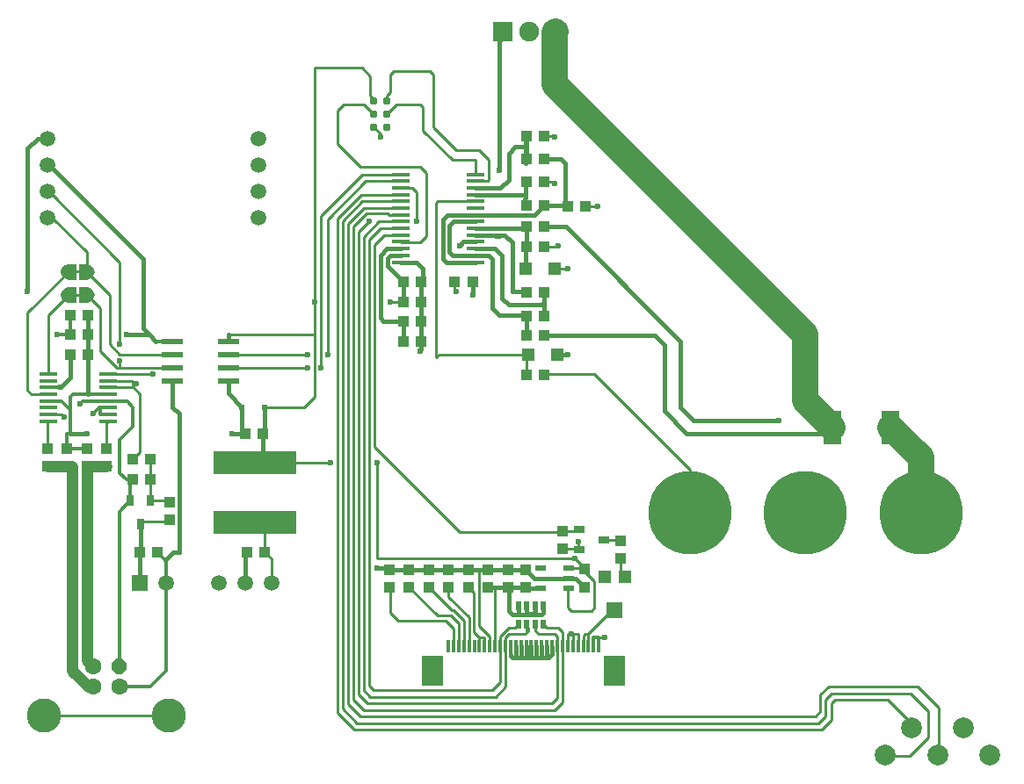
<source format=gtl>
G04 DipTrace 2.3.1.0*
%INreloadpro.front.gtl*%
%MOIN*%
%ADD14C,0.016*%
%ADD15C,0.01*%
%ADD16C,0.0118*%
%ADD17C,0.014*%
%ADD18C,0.0157*%
%ADD19C,0.0394*%
%ADD20C,0.08*%
%ADD21C,0.1*%
%ADD22C,0.044*%
%ADD26R,0.0394X0.0433*%
%ADD27R,0.0433X0.0394*%
%ADD29R,0.0236X0.0236*%
%ADD30R,0.0709X0.0157*%
%ADD31R,0.0787X0.0236*%
%ADD32C,0.063*%
%ADD33C,0.1299*%
%ADD34C,0.315*%
%ADD35R,0.315X0.0866*%
%ADD37R,0.0256X0.0413*%
%ADD38R,0.0748X0.0748*%
%ADD39C,0.0748*%
%ADD40R,0.0413X0.0256*%
%ADD41R,0.0709X0.126*%
%ADD42R,0.0118X0.0492*%
%ADD43R,0.0787X0.1181*%
%ADD44R,0.0591X0.0591*%
%ADD45C,0.0591*%
%ADD46C,0.0787*%
%ADD47R,0.0472X0.0472*%
%ADD48R,0.063X0.0591*%
%ADD49C,0.031*%
%ADD50R,0.0433X0.0236*%
%ADD51R,0.0217X0.0374*%
%ADD52C,0.0236*%
%FSLAX44Y44*%
G04*
G70*
G90*
G75*
G01*
%LNTop*%
%LPD*%
X24656Y12813D2*
D14*
X24101D1*
X24062Y12852D1*
X23405D1*
X23402Y12850D1*
X22915D1*
X22652D1*
X22915Y10600D2*
D15*
Y12850D1*
X23506Y10600D2*
D16*
Y10274D1*
D14*
Y10243D1*
X23562Y10187D1*
X23703D1*
X23900D1*
X24096D1*
X24293D1*
X24327D1*
X24490D1*
X24687D1*
X24884D1*
X24937D1*
X25062Y10312D1*
Y10581D1*
D16*
X25081Y10600D1*
X24687D2*
D14*
Y10187D1*
X24490Y10600D2*
Y10187D1*
X24293Y10600D2*
Y10187D1*
X24096Y10600D2*
Y10187D1*
X23900Y10600D2*
Y10187D1*
X23703Y10600D2*
Y10187D1*
X24884Y10600D2*
Y10187D1*
X24312Y11812D2*
X24127D1*
X23812D1*
X23562D1*
X23437Y11937D1*
Y12815D1*
X23402Y12850D1*
X23812Y12146D2*
Y11812D1*
X24127Y12146D2*
Y11812D1*
X24442Y12146D2*
Y11942D1*
X24312Y11812D1*
X24757Y12146D2*
Y11882D1*
X24687Y11812D1*
X24312D1*
X8246Y19657D2*
D17*
X7937D1*
Y19402D1*
X8246D1*
X5963Y20425D2*
X6437D1*
X7687Y19437D2*
X7907Y19657D1*
X8246D1*
X6812Y21687D2*
D14*
Y20800D1*
X6437Y20425D1*
X5937Y28875D2*
X6000D1*
X9562Y25312D1*
Y22673D1*
X9798Y22437D1*
X10048Y22187D1*
D17*
X10687D1*
X8937Y22437D2*
D14*
X9798D1*
X26656Y10600D2*
D16*
Y10937D1*
X26852D1*
Y10600D1*
X19352Y25443D2*
D18*
X18943D1*
D14*
X18837Y25337D1*
Y25037D1*
X19437Y24437D1*
Y23687D2*
Y24437D1*
X14107Y18687D2*
Y17851D1*
X13815Y17559D1*
X14187Y19687D2*
Y18767D1*
X14107Y18687D1*
X25719Y13561D2*
D15*
X26273D1*
X26312Y13522D1*
Y13437D1*
X26687Y13062D1*
Y12062D1*
X26562Y11937D1*
X25812D1*
X25687Y12062D1*
Y12781D1*
X25719Y12813D1*
X26312Y13522D2*
Y13562D1*
X25937Y13937D1*
X18437D1*
Y17562D1*
X16687D2*
Y17559D1*
X13815D1*
X26852Y10937D2*
X27062D1*
X19437Y23687D2*
X18937D1*
X16062D2*
Y22437D1*
Y20062D1*
X15687Y19687D1*
X14187D1*
X12813Y22187D2*
D14*
Y22437D1*
D15*
X16062D1*
X18312Y31312D2*
Y31375D1*
X18187Y31500D1*
Y32250D1*
X17875Y32562D1*
X16062D1*
Y23687D1*
X19352Y26211D2*
X18711D1*
X18337Y25837D1*
Y18162D1*
X21562Y14937D1*
X25562D1*
X25515Y14984D1*
X25462D1*
X26087D1*
X26127Y15025D1*
X5963Y19402D2*
X6472D1*
X6562Y19312D1*
X8246Y20937D2*
X9937D1*
X33937Y16437D2*
D19*
X34359Y16015D1*
D20*
X34687Y15687D1*
Y16687D2*
D19*
Y16090D1*
D20*
Y15687D1*
X35437Y16437D2*
D19*
X35015Y16015D1*
D20*
X34687Y15687D1*
X35687D2*
D19*
X35090D1*
D20*
X34687D1*
X35437Y14937D2*
D19*
X35015Y15359D1*
D20*
X34687Y15687D1*
Y14687D2*
D19*
Y15284D1*
D20*
Y15687D1*
X33937Y14937D2*
D19*
X34359Y15359D1*
D20*
X34687Y15687D1*
X33687D2*
D19*
X34284D1*
D20*
X34687D1*
X24772Y26522D2*
D14*
X25602D1*
X29937Y22187D1*
Y19687D1*
X30437Y19187D1*
X33687D1*
X24772Y22397D2*
X28977D1*
X29352Y22022D1*
Y19522D1*
X30187Y18687D1*
X35482D1*
X35710Y18914D1*
D21*
X34687Y19937D1*
Y22437D1*
X25187Y31937D1*
Y33911D1*
X25213Y33937D1*
X19352Y26467D2*
D15*
X18567D1*
X18137Y26037D1*
Y9112D1*
X18312Y8937D1*
X22812D1*
X23112Y9237D1*
Y10600D1*
Y10987D1*
X23437Y11312D1*
X23687D1*
X23812Y11437D1*
X19352Y28002D2*
X19772D1*
X19937Y27837D1*
Y26737D1*
X18137D2*
X17737Y26337D1*
Y8762D1*
X18062Y8437D1*
X25062D1*
X25278Y8653D1*
Y10600D1*
Y10971D1*
X25187Y11062D1*
X24562D1*
X24437Y11187D1*
Y11432D1*
X24442Y11437D1*
X19352Y26722D2*
X18522D1*
X17937Y26137D1*
Y8937D1*
X18187Y8687D1*
X22937D1*
X23309Y9059D1*
Y10600D1*
X24187Y11312D2*
Y11187D1*
X24127Y11127D1*
X24062Y11062D1*
X23437D1*
X23312Y10937D1*
Y10603D1*
X23309Y10600D1*
X19352Y26722D2*
D3*
X24127Y11437D2*
Y11127D1*
X19352Y26978D2*
X18896D1*
X18837Y27037D1*
X18037D1*
X17537Y26537D1*
Y8587D1*
X17937Y8187D1*
X25187D1*
X25474Y8474D1*
Y10600D1*
Y11150D1*
X25312Y11312D1*
X24882D1*
X24757Y11437D1*
X13449Y12992D2*
D14*
Y14118D1*
X13518Y14187D1*
X13321Y19687D2*
Y18803D1*
X13437Y18687D1*
X23402Y13519D2*
X22652D1*
X22312D1*
X21902D1*
X21152D1*
X20402D1*
X19652D1*
X18902D1*
X20106Y22187D2*
Y22937D1*
Y23687D1*
Y24437D1*
X19352Y25187D2*
D18*
X19787D1*
D14*
X19937D1*
X20187Y24937D1*
Y24518D1*
X20106Y24437D1*
X12937Y18687D2*
X13437D1*
X12813Y20687D2*
Y20195D1*
X13321Y19687D1*
X20106Y22187D2*
Y21856D1*
X20062Y21812D1*
X21393Y24437D2*
D15*
Y24106D1*
X21437Y24062D1*
X39062Y16687D2*
D20*
Y15687D1*
X39812Y16437D2*
D15*
X39062Y15687D1*
X40062D2*
X39062D1*
X39812Y14937D2*
X39062Y15687D1*
Y14687D2*
Y15687D1*
X38312Y14937D2*
X39062Y15687D1*
X38062D2*
X39062D1*
X38312Y16437D2*
X39062Y15687D1*
X25164Y24937D2*
X25687D1*
X39062Y15687D2*
D21*
Y17767D1*
X37914Y18914D1*
X25462Y14315D2*
D15*
X26089D1*
X26127Y14277D1*
X22719Y10600D2*
Y10981D1*
X22312Y11387D1*
Y13519D1*
X25671Y10600D2*
Y11062D1*
X25812D1*
X25868Y10600D2*
Y11062D1*
X25812D1*
X26065Y10600D2*
Y11062D1*
X25868D1*
X26127Y14277D2*
X26062D1*
Y14562D1*
X24772Y25772D2*
X25272D1*
X25312Y25812D1*
X26356Y27312D2*
X26812D1*
X24772Y28227D2*
X25147D1*
X25187Y28187D1*
X24772Y29977D2*
X25147D1*
X25187Y29937D1*
X18312Y30312D2*
X18562Y30062D1*
Y29937D1*
X25289Y21687D2*
D14*
X25687D1*
X23402Y13519D2*
X24060D1*
X24062Y13521D1*
X25719Y13187D2*
X24396D1*
X24062Y13521D1*
X25719Y13187D2*
X25978D1*
X26312Y12853D1*
X18902Y13519D2*
Y13562D1*
X18437D1*
X24102Y22397D2*
Y23147D1*
X24103D1*
X22187Y25443D2*
X22681D1*
X22812Y25312D1*
Y23437D1*
X23062Y23187D1*
X24062D1*
X24103Y23147D1*
X22187Y26722D2*
X21347D1*
X21187Y26562D1*
Y25562D1*
X21312Y25437D1*
X22181D1*
X22187Y25443D1*
X27687Y13940D2*
D15*
Y13390D1*
X27852Y13225D1*
X5937Y17437D2*
D22*
X6687D1*
X6875D1*
Y9687D1*
X7506Y9055D1*
X7677D1*
X22187Y28002D2*
D14*
X23127D1*
X23437Y28312D1*
Y29312D1*
X23687Y29562D1*
X24062D1*
Y29937D1*
X24102Y29977D1*
X24062Y28937D2*
Y29562D1*
X24102Y29977D2*
Y29102D1*
X8187Y17437D2*
D22*
X7437D1*
X7677Y9843D2*
X7437Y10083D1*
Y17437D1*
X5937Y18106D2*
D15*
Y19171D1*
X5963Y19146D1*
X8187Y18106D2*
Y19087D1*
X8246Y19146D1*
X10687Y21687D2*
X8687D1*
X8312Y22062D1*
Y23937D1*
X7437Y24812D1*
X5937Y26875D2*
X6125D1*
X7437Y25562D1*
Y24812D1*
X9843Y16142D2*
Y16929D1*
Y16142D2*
X10562D1*
Y16062D1*
X9843Y16929D2*
Y17717D1*
X9469Y15236D2*
D14*
Y14193D1*
X9449Y14173D1*
Y12992D2*
Y14173D1*
X10562Y15393D2*
D15*
X10606D1*
X10645Y15354D1*
X9587D1*
X9469Y15236D1*
X14449Y12992D2*
Y13925D1*
X14187Y14187D1*
Y14943D1*
X13815Y15315D1*
X22187Y27746D2*
D18*
X22621D1*
D14*
X23996D1*
X24062Y27812D1*
Y28187D1*
X24102Y28227D1*
X24062Y27812D2*
X24048Y27407D1*
X24102Y27352D1*
X5799Y7988D2*
D15*
X10539D1*
X24187Y21687D2*
X20812D1*
X20687Y21562D1*
Y27437D1*
X20740Y27490D1*
X22187D1*
X24102Y20897D2*
Y21602D1*
X24187Y21687D1*
X19352Y25699D2*
D14*
X18824D1*
X18562Y25437D1*
Y23062D1*
X18687Y22937D1*
X19437D1*
Y22187D2*
Y22937D1*
X26459Y10600D2*
D15*
Y11084D1*
X27332Y11957D1*
X27459D1*
X26262Y10600D2*
Y11012D1*
X26334Y11084D1*
X26459D1*
X22187Y26211D2*
D18*
X22621D1*
D14*
X23288D1*
X23562Y25937D1*
Y24062D1*
X24062D1*
X24102Y24022D1*
X23213Y33937D2*
Y33713D1*
X23062Y33562D1*
Y28687D1*
Y26187D2*
X22939D1*
X23288Y26211D1*
X22187Y25699D2*
D18*
X22621D1*
D14*
X22925D1*
X23187Y25437D1*
Y23812D1*
X23437Y23562D1*
X24687D1*
X24772Y23647D1*
Y24022D1*
Y23147D2*
Y23647D1*
X22187Y25955D2*
D18*
X21753D1*
D14*
X21705D1*
X21562Y25812D1*
X22062Y23937D2*
Y24437D1*
X22187Y26467D2*
X24047D1*
X24102Y26522D1*
X24062Y24937D2*
Y25731D1*
X24102Y25772D1*
Y26522D1*
X21341Y10600D2*
D15*
Y11258D1*
X21037Y11562D1*
X19237D1*
X18937Y11862D1*
Y12815D1*
X18902Y12850D1*
X21537Y10600D2*
Y11462D1*
X21237Y11762D1*
X20740D1*
X19652Y12850D1*
X21734Y10600D2*
Y11565D1*
X21337Y11962D1*
X21290D1*
X20402Y12850D1*
X21931Y10600D2*
Y11693D1*
X21152Y12472D1*
Y12850D1*
X22522Y10600D2*
Y10937D1*
X22325D1*
Y10600D1*
X22312D1*
Y10937D2*
X22125Y11125D1*
Y12628D1*
X21902Y12850D1*
X22187Y28258D2*
X22633D1*
X22687Y28312D1*
Y29062D1*
X22312Y29437D1*
X21437D1*
X20562Y30312D1*
Y32312D1*
X20437Y32437D1*
X19062D1*
X18937Y32312D1*
Y31625D1*
X18812Y31500D1*
Y31312D1*
Y30812D2*
X19187Y31187D1*
X20062D1*
X20187Y31062D1*
Y30187D1*
X21312Y29062D1*
X22187D1*
Y28514D1*
X27033Y14651D2*
X27646D1*
X27687Y14609D1*
X24772Y27352D2*
D14*
X25647D1*
X25687Y27312D1*
X24772Y29102D2*
X25397D1*
X25562Y28937D1*
Y27437D1*
X25687Y27312D1*
X22187Y26978D2*
X24398D1*
X24772Y27352D1*
X22187Y26978D2*
X21103D1*
X20937Y26812D1*
Y25312D1*
X21062Y25187D1*
X22187D1*
X5963Y20937D2*
D15*
Y23155D1*
X6744Y23937D1*
X5963Y20169D2*
X5330D1*
X5187Y20312D1*
Y23255D1*
X6744Y24812D1*
X10687Y21187D2*
X8687D1*
X8562D1*
X7937Y21812D1*
Y23437D1*
X7437Y23937D1*
X5937Y27875D2*
X6000D1*
X8687Y25187D1*
Y22062D1*
Y21437D2*
Y21187D1*
X30312Y16687D2*
D14*
Y15687D1*
Y16687D2*
D15*
Y15687D1*
X31062Y16437D2*
X30312Y15687D1*
X31312D2*
X30312D1*
X31062Y14937D2*
X30312Y15687D1*
Y14687D2*
Y15687D1*
X29562Y14937D2*
X30312Y15687D1*
X29312D2*
X30312D1*
X29562Y16437D2*
X30312Y15687D1*
Y17312D1*
X26687Y20937D1*
X24812D1*
X24772Y20897D1*
X8246Y20425D2*
X9199D1*
X9437Y20187D1*
Y17980D1*
X9173Y17717D1*
X8246Y20681D2*
X9187D1*
Y20562D1*
Y20425D1*
X9312Y20562D2*
X9187D1*
X19352Y27490D2*
X17890D1*
X17137Y26737D1*
Y8237D1*
X17687Y7687D1*
X35187D1*
X35437Y7937D1*
Y8562D1*
X35687Y8812D1*
X38662D1*
X39337Y8137D1*
Y7137D1*
X38637Y6437D1*
X37764D1*
X37726Y6474D1*
X19352Y27234D2*
X17934D1*
X17337Y26637D1*
Y8412D1*
X17812Y7937D1*
X35062D1*
X35257Y8132D1*
Y8757D1*
X35562Y9062D1*
X38937D1*
X39737Y8262D1*
Y6517D1*
X39695Y6474D1*
X19352Y27746D2*
X17846D1*
X16937Y26837D1*
Y8062D1*
X17562Y7437D1*
X35312D1*
X35687Y7812D1*
Y8437D1*
X35812Y8562D1*
X37812D1*
X38737Y7637D1*
Y7525D1*
X38710Y7498D1*
X19352Y28514D2*
X17889D1*
X16312Y26937D1*
Y21187D1*
X15812D2*
X12813D1*
X19352Y28258D2*
X18008D1*
X16562Y26812D1*
Y21687D1*
X15812D2*
X12813D1*
X8661Y9843D2*
D17*
Y15709D1*
X9094Y16142D1*
Y16850D1*
X9173Y16929D1*
X8246Y19913D2*
X8961D1*
X9187Y19687D1*
Y18937D1*
X8687Y18437D1*
Y17187D1*
X8937Y16937D1*
X9165D1*
X9173Y16929D1*
X6812Y23187D2*
Y22437D1*
X8246Y19913D2*
X7288D1*
X7187Y19812D1*
X6312Y22437D2*
X6812D1*
X5937Y29875D2*
D14*
X5562D1*
X5187Y29500D1*
Y24062D1*
X10449Y12992D2*
D17*
Y9661D1*
X9843Y9055D1*
X8661D1*
X10449Y12992D2*
Y13843D1*
X10412Y13879D1*
X10118Y14173D1*
X6687Y18106D2*
X7437D1*
X5963Y19913D2*
X6461D1*
X6812Y19562D1*
Y18687D1*
X6687D1*
Y18106D1*
X6812Y19562D2*
Y20062D1*
X6919Y20169D1*
X7481D1*
X8246D1*
X7437Y18687D2*
D14*
X6812D1*
X7481Y23187D2*
Y22437D1*
Y21687D1*
Y20169D1*
X10687Y20687D2*
Y19687D1*
X10937Y19437D1*
Y14187D1*
X10721D1*
X10412Y13879D1*
X18312Y30812D2*
D15*
X17937Y31187D1*
X17187D1*
X16937Y30937D1*
Y29687D1*
X17812Y28812D1*
X20062D1*
X20312Y28562D1*
Y26187D1*
X20062Y25937D1*
X19370D1*
X19352Y25955D1*
D52*
X24312Y11812D3*
X24327Y10187D3*
X24312Y11812D3*
D3*
X6437Y20425D3*
X7687Y19437D3*
X8937Y22437D3*
X18437Y17562D3*
X16687D3*
X27062Y10937D3*
X25937Y13937D3*
X18937Y23687D3*
X16062D3*
D3*
X6562Y19312D3*
X9937Y20937D3*
X33687Y19187D3*
X19937Y26737D3*
X18137D3*
X12937Y18687D3*
X20062Y21812D3*
X21437Y24062D3*
X25687Y24937D3*
X25812Y11062D3*
X26062Y14562D3*
X25312Y25812D3*
X25687Y24937D3*
X26812Y27312D3*
X25187Y28187D3*
X25312Y25812D3*
X25187Y29937D3*
Y28187D3*
X18562Y29937D3*
X25687Y21687D3*
X18437Y13562D3*
X23062Y28687D3*
Y26187D3*
X21562Y25812D3*
X22062Y23937D3*
X8687Y22062D3*
Y21437D3*
X9312Y20562D3*
X16312Y21187D3*
X15812D3*
X16562Y21687D3*
X15812D3*
X7187Y19812D3*
X6312Y22437D3*
X5187Y24062D3*
X7437Y18687D3*
D19*
X34687Y16687D3*
Y14687D3*
X35687Y15687D3*
X33687D3*
X33937Y16437D3*
X35437D3*
Y14937D3*
X33937D3*
X39062Y16687D3*
Y14687D3*
X38062Y15687D3*
X40062D3*
X39812Y16437D3*
X38312Y14937D3*
Y16437D3*
X39812Y14937D3*
X30312Y16687D3*
Y14687D3*
X31312Y15687D3*
X29312D3*
X29562Y16437D3*
X31062D3*
Y14937D3*
X29562D3*
D26*
X7437Y17437D3*
Y18106D3*
X6687Y17437D3*
Y18106D3*
D27*
X6812Y23187D3*
X7481D3*
X6812Y22437D3*
X7481D3*
X6812Y21687D3*
X7481D3*
D26*
X10562Y16062D3*
Y15393D3*
D27*
X9449Y14173D3*
X10118D3*
X14107Y18687D3*
X13437D3*
X19437Y24437D3*
X20106D3*
X19437Y23687D3*
X20106D3*
X19437Y22937D3*
X20106D3*
X19437Y22187D3*
X20106D3*
X14187Y14187D3*
X13518D3*
X22062Y24437D3*
X21393D3*
D26*
X18902Y12850D3*
Y13519D3*
X19652Y12850D3*
Y13519D3*
X20402Y12850D3*
Y13519D3*
X21152Y12850D3*
Y13519D3*
X21902Y12850D3*
Y13519D3*
X22652Y12850D3*
Y13519D3*
X23402Y12850D3*
Y13519D3*
D29*
X14187Y19687D3*
X13321D3*
D30*
X5963Y20937D3*
Y20681D3*
Y20425D3*
Y20169D3*
Y19913D3*
Y19657D3*
Y19402D3*
Y19146D3*
X8246D3*
Y19402D3*
Y19657D3*
Y19913D3*
Y20169D3*
Y20425D3*
Y20681D3*
Y20937D3*
D31*
X10687Y22187D3*
Y21687D3*
Y21187D3*
Y20687D3*
X12813D3*
Y21187D3*
Y21687D3*
Y22187D3*
G36*
X8782Y9552D2*
X8541D1*
X8370Y9722D1*
Y9963D1*
X8541Y10134D1*
X8782D1*
X8952Y9963D1*
Y9722D1*
X8782Y9552D1*
G37*
D32*
X7677Y9843D3*
Y9055D3*
X8661D3*
D33*
X5799Y7988D3*
X10539D3*
D34*
X34687Y15687D3*
X39062D3*
D35*
X13815Y15315D3*
Y17559D3*
D27*
X24772Y29977D3*
X24102D3*
X24772Y28227D3*
X24102D3*
D37*
X9843Y16142D3*
X9094D3*
X9469Y15236D3*
D38*
X23213Y33937D3*
D39*
X24213D3*
X25213D3*
D40*
X26127Y15025D3*
Y14277D3*
X27033Y14651D3*
D26*
X5937Y17437D3*
Y18106D3*
X8187Y17437D3*
Y18106D3*
D27*
X9843Y17717D3*
X9173D3*
X9843Y16929D3*
X9173D3*
D41*
X37914Y18914D3*
X35710D3*
D27*
X24772Y24022D3*
X24102D3*
Y26522D3*
X24772D3*
Y25772D3*
X24102D3*
D26*
X27687Y14609D3*
Y13940D3*
D27*
X24102Y22397D3*
X24772D3*
D30*
X22187Y25187D3*
Y25443D3*
Y25699D3*
Y25955D3*
Y26211D3*
Y26467D3*
Y26722D3*
Y26978D3*
Y27234D3*
Y27490D3*
Y27746D3*
Y28002D3*
Y28258D3*
Y28514D3*
X19352D3*
Y28258D3*
Y28002D3*
Y27746D3*
Y27490D3*
Y27234D3*
Y26978D3*
Y26722D3*
Y26467D3*
Y26211D3*
Y25955D3*
Y25699D3*
Y25443D3*
Y25187D3*
D42*
X26852Y10600D3*
X26656D3*
X26459D3*
X26262D3*
X26065D3*
X25868D3*
X25671D3*
X25474D3*
X25278D3*
X25081D3*
X24884D3*
X24687D3*
X24490D3*
X24293D3*
X24096D3*
X23900D3*
X23703D3*
X23506D3*
X23309D3*
X23112D3*
X22915D3*
X22719D3*
X22522D3*
X22325D3*
X22128D3*
X21931D3*
X21734D3*
X21537D3*
X21341D3*
X21144D3*
D43*
X27459Y9684D3*
X20537D3*
D44*
X9449Y12992D3*
D45*
X10449D3*
X12449D3*
X13449D3*
X14449D3*
D46*
X37726Y6474D3*
X38710Y7498D3*
X39695Y6474D3*
X40679Y7498D3*
X41663Y6474D3*
D47*
X27852Y13225D3*
D48*
X27459Y11957D3*
D47*
X27065Y13224D3*
D27*
X24772Y23147D3*
X24103D3*
D26*
X25462Y14315D3*
Y14984D3*
D47*
X24062Y24937D3*
X25164D3*
D49*
X18812Y31312D3*
Y30812D3*
Y30312D3*
X18312D3*
Y30812D3*
Y31312D3*
D27*
X24772Y27352D3*
X24102D3*
X24772Y29102D3*
X24102D3*
X25687Y27312D3*
X26356D3*
D45*
X5937Y29875D3*
Y28875D3*
Y27875D3*
Y26875D3*
X13937D3*
Y27875D3*
Y28875D3*
Y29875D3*
D50*
X25719Y12813D3*
Y13187D3*
Y13561D3*
X24656D3*
Y12813D3*
D26*
X26312Y13522D3*
Y12853D3*
X24062Y12852D3*
Y13521D3*
D51*
X23812Y11437D3*
X24127D3*
X24442D3*
X24757D3*
Y12146D3*
X24442D3*
X24127D3*
X23812D3*
D34*
X30312Y15687D3*
D47*
X24187Y21687D3*
X25289D3*
G36*
X7732Y23937D2*
X7693Y23789D1*
X7585Y23681D1*
X7437Y23642D1*
X7142D1*
Y24232D1*
X7437D1*
X7585Y24193D1*
X7693Y24085D1*
X7732Y23937D1*
G37*
G36*
X6449D2*
X6489Y24085D1*
X6596Y24193D1*
X6744Y24232D1*
X7039D1*
Y23642D1*
X6744D1*
X6596Y23681D1*
X6489Y23789D1*
X6449Y23937D1*
G37*
G36*
X7732Y24812D2*
X7693Y24664D1*
X7585Y24556D1*
X7437Y24517D1*
X7142D1*
Y25107D1*
X7437D1*
X7585Y25068D1*
X7693Y24960D1*
X7732Y24812D1*
G37*
G36*
X6449D2*
X6489Y24960D1*
X6596Y25068D1*
X6744Y25107D1*
X7039D1*
Y24517D1*
X6744D1*
X6596Y24556D1*
X6489Y24664D1*
X6449Y24812D1*
G37*
D27*
X24102Y20897D3*
X24772D3*
G36*
X7035Y23988D2*
X7146D1*
Y23886D1*
X7035D1*
Y23988D1*
G37*
G36*
Y24863D2*
X7146D1*
Y24761D1*
X7035D1*
Y24863D1*
G37*
M02*

</source>
